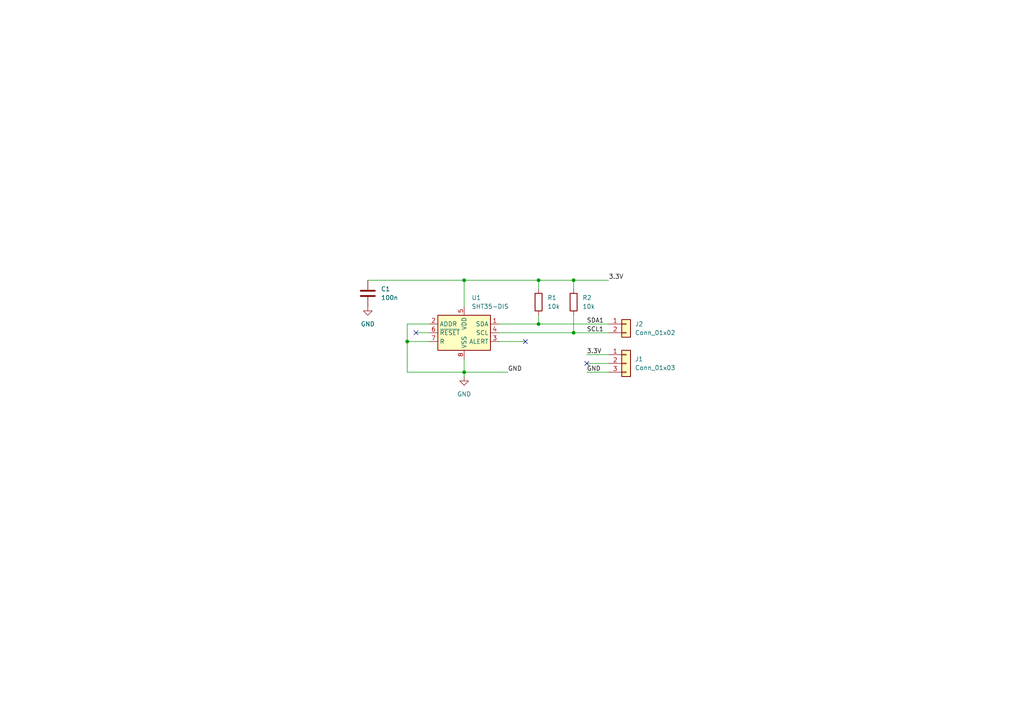
<source format=kicad_sch>
(kicad_sch (version 20250114) (generator "eeschema") (generator_version "9.0")
  (paper "A4")
  (lib_symbols
    (symbol "Connector_Generic:Conn_01x02" (pin_names (offset 1.016) (hide yes))
      (property "Reference" "J" (at 0 2.54 0))
      (property "Value" "Conn_01x02" (at 0 -5.08 0))
      (symbol "Conn_01x02_1_1"
        (rectangle (start -1.27 1.27) (end 1.27 -3.81) (stroke (width 0.254)) (fill (type background)))
        (rectangle (start -1.27 0.127) (end 0 -0.127) (stroke (width 0.1524)))
        (rectangle (start -1.27 -2.413) (end 0 -2.667) (stroke (width 0.1524)))
        (pin passive line (at -5.08 0 0) (length 3.81) (name "Pin_1") (number "1"))
        (pin passive line (at -5.08 -2.54 0) (length 3.81) (name "Pin_2") (number "2"))
      )
    )
    (symbol "Connector_Generic:Conn_01x03" (pin_names (offset 1.016) (hide yes))
      (property "Reference" "J" (at 0 5.08 0))
      (property "Value" "Conn_01x03" (at 0 -5.08 0))
      (symbol "Conn_01x03_1_1"
        (rectangle (start -1.27 3.81) (end 1.27 -3.81) (stroke (width 0.254)) (fill (type background)))
        (rectangle (start -1.27 2.667) (end 0 2.413) (stroke (width 0.1524)))
        (rectangle (start -1.27 0.127) (end 0 -0.127) (stroke (width 0.1524)))
        (rectangle (start -1.27 -2.413) (end 0 -2.667) (stroke (width 0.1524)))
        (pin passive line (at -5.08 2.54 0) (length 3.81) (name "Pin_1") (number "1"))
        (pin passive line (at -5.08 0 0) (length 3.81) (name "Pin_2") (number "2"))
        (pin passive line (at -5.08 -2.54 0) (length 3.81) (name "Pin_3") (number "3"))
      )
    )
    (symbol "Device:C" (pin_numbers (hide yes)) (pin_names (offset 0.254))
      (property "Reference" "C" (at 0.635 2.54 0))
      (property "Value" "C" (at 0.635 -2.54 0))
      (symbol "C_0_1"
        (polyline (pts (xy -2.032 0.762) (xy 2.032 0.762)) (stroke (width 0.508)))
        (polyline (pts (xy -2.032 -0.762) (xy 2.032 -0.762)) (stroke (width 0.508)))
      )
      (symbol "C_1_1"
        (pin passive line (at 0 3.81 270) (length 2.794) (name "~") (number "1"))
        (pin passive line (at 0 -3.81 90) (length 2.794) (name "~") (number "2"))
      )
    )
    (symbol "Device:R" (pin_numbers (hide yes)) (pin_names (offset 0))
      (property "Reference" "R" (at 2.032 0 90))
      (property "Value" "R" (at 0 0 90))
      (symbol "R_0_1"
        (rectangle (start -1.016 -2.54) (end 1.016 2.54) (stroke (width 0.254)))
      )
      (symbol "R_1_1"
        (pin passive line (at 0 3.81 270) (length 1.27) (name "~") (number "1"))
        (pin passive line (at 0 -3.81 90) (length 1.27) (name "~") (number "2"))
      )
    )
    (symbol "Sensor_Humidity:SHT35-DIS"
      (property "Reference" "U" (at -6.35 6.35 0))
      (property "Value" "SHT35-DIS" (at 6.35 6.35 0))
      (symbol "SHT35-DIS_0_1"
        (rectangle (start -7.62 5.08) (end 7.62 -5.08) (stroke (width 0.254)) (fill (type background)))
      )
      (symbol "SHT35-DIS_1_1"
        (pin input line (at -10.16 2.54 0) (length 2.54) (name "ADDR") (number "2"))
        (pin input line (at -10.16 0 0) (length 2.54) (name "~{RESET}") (number "6"))
        (pin passive line (at -10.16 -2.54 0) (length 2.54) (name "R") (number "7"))
        (pin power_in line (at 0 7.62 270) (length 2.54) (name "VDD") (number "5"))
        (pin power_in line (at 0 -7.62 90) (length 2.54) (name "VSS") (number "8"))
        (pin passive line (at 0 -7.62 90) (length 2.54) (hide yes) (name "VSS") (number "9"))
        (pin bidirectional line (at 10.16 2.54 180) (length 2.54) (name "SDA") (number "1"))
        (pin input line (at 10.16 0 180) (length 2.54) (name "SCL") (number "4"))
        (pin output line (at 10.16 -2.54 180) (length 2.54) (name "ALERT") (number "3"))
      )
    )
    (symbol "power:GND" (power) (pin_numbers (hide yes)) (pin_names (offset 0) (hide yes))
      (property "Value" "GND" (at 0 -3.81 0))
      (symbol "GND_0_1"
        (polyline (pts (xy 0 0) (xy 0 -1.27) (xy 1.27 -1.27) (xy 0 -2.54) (xy -1.27 -1.27) (xy 0 -1.27)))
      )
      (symbol "GND_1_1"
        (pin power_in line (at 0 0 270) (length 0) (name "~") (number "1"))
      )
    )
  )
  (junction (at 166.37 96.52))
  (junction (at 134.62 107.95))
  (junction (at 156.21 81.28))
  (junction (at 156.21 93.98))
  (junction (at 134.62 81.28))
  (junction (at 166.37 81.28))
  (junction (at 118.11 99.06))
  (no_connect (at 120.65 96.52))
  (no_connect (at 152.4 99.06))
  (no_connect (at 170.18 105.41))
  (wire (pts (xy 134.62 107.95) (xy 147.32 107.95)))
  (wire (pts (xy 166.37 96.52) (xy 176.53 96.52)))
  (wire (pts (xy 134.62 81.28) (xy 106.68 81.28)))
  (wire (pts (xy 134.62 88.9) (xy 134.62 81.28)))
  (wire (pts (xy 156.21 93.98) (xy 176.53 93.98)))
  (wire (pts (xy 156.21 81.28) (xy 156.21 83.82)))
  (wire (pts (xy 118.11 99.06) (xy 124.46 99.06)))
  (wire (pts (xy 170.18 102.87) (xy 176.53 102.87)))
  (wire (pts (xy 170.18 107.95) (xy 176.53 107.95)))
  (wire (pts (xy 166.37 81.28) (xy 176.53 81.28)))
  (wire (pts (xy 144.78 96.52) (xy 166.37 96.52)))
  (wire (pts (xy 166.37 91.44) (xy 166.37 96.52)))
  (wire (pts (xy 120.65 96.52) (xy 124.46 96.52)))
  (wire (pts (xy 144.78 99.06) (xy 152.4 99.06)))
  (wire (pts (xy 144.78 93.98) (xy 156.21 93.98)))
  (wire (pts (xy 124.46 93.98) (xy 118.11 93.98)))
  (wire (pts (xy 156.21 81.28) (xy 166.37 81.28)))
  (wire (pts (xy 118.11 93.98) (xy 118.11 99.06)))
  (wire (pts (xy 118.11 107.95) (xy 134.62 107.95)))
  (wire (pts (xy 166.37 81.28) (xy 166.37 83.82)))
  (wire (pts (xy 118.11 99.06) (xy 118.11 107.95)))
  (wire (pts (xy 156.21 91.44) (xy 156.21 93.98)))
  (wire (pts (xy 134.62 109.22) (xy 134.62 107.95)))
  (wire (pts (xy 134.62 81.28) (xy 156.21 81.28)))
  (wire (pts (xy 170.18 105.41) (xy 176.53 105.41)))
  (wire (pts (xy 134.62 104.14) (xy 134.62 107.95)))
  (label "GND" (at 147.32 107.95 0))
  (label "GND" (at 170.18 107.95 0))
  (label "3.3V" (at 170.18 102.87 0))
  (label "3.3V" (at 176.53 81.28 0))
  (label "SCL1" (at 170.18 96.52 0))
  (label "SDA1" (at 170.18 93.98 0))
  (symbol (lib_id "Connector_Generic:Conn_01x03") (at 181.61 105.41 0) (unit 1)
    (property "Reference" "J1" (at 184.15 104.1399 0) (effects (justify left)))
    (property "Value" "Conn_01x03" (at 184.15 106.6799 0) (effects (justify left)))
    (property "Footprint" "Connector_PinHeader_2.54mm:PinHeader_1x03_P2.54mm_Vertical" (effects (hide yes)))
    (property "Description" "Generic connector, single row, 01x03, script generated (kicad-library-utils/schlib/autogen/connector/)" (effects (hide yes)))
  )
  (symbol (lib_id "Device:C") (at 106.68 85.09 0) (unit 1)
    (property "Reference" "C1" (at 110.49 83.8199 0) (effects (justify left)))
    (property "Value" "100n" (at 110.49 86.3599 0) (effects (justify left)))
    (property "Footprint" "Capacitor_SMD:C_0805_2012Metric_Pad1.18x1.45mm_HandSolder" (effects (hide yes)))
    (property "Description" "Unpolarized capacitor" (effects (hide yes)))
  )
  (symbol (lib_id "power:GND") (at 106.68 88.9 0) (unit 1)
    (property "Reference" "#PWR03" (effects (hide yes)))
    (property "Value" "GND" (at 106.68 93.98 0))
    (property "Description" "Power symbol creates a global label with name \"GND\" , ground" (effects (hide yes)))
  )
  (symbol (lib_id "Device:R") (at 166.37 87.63 0) (unit 1)
    (property "Reference" "R2" (at 168.91 86.3599 0) (effects (justify left)))
    (property "Value" "10k" (at 168.91 88.8999 0) (effects (justify left)))
    (property "Footprint" "Resistor_SMD:R_0805_2012Metric_Pad1.20x1.40mm_HandSolder" (effects (hide yes)))
    (property "Description" "Resistor" (effects (hide yes)))
  )
  (symbol (lib_id "Connector_Generic:Conn_01x02") (at 181.61 93.98 0) (unit 1)
    (property "Reference" "J2" (at 184.15 93.9799 0) (effects (justify left)))
    (property "Value" "Conn_01x02" (at 184.15 96.5199 0) (effects (justify left)))
    (property "Footprint" "Connector_PinHeader_2.54mm:PinHeader_1x02_P2.54mm_Vertical" (effects (hide yes)))
    (property "Description" "Generic connector, single row, 01x02, script generated (kicad-library-utils/schlib/autogen/connector/)" (effects (hide yes)))
  )
  (symbol (lib_id "power:GND") (at 134.62 109.22 0) (unit 1)
    (property "Reference" "#PWR01" (effects (hide yes)))
    (property "Value" "GND" (at 134.62 114.3 0))
    (property "Description" "Power symbol creates a global label with name \"GND\" , ground" (effects (hide yes)))
  )
  (symbol (lib_id "Device:R") (at 156.21 87.63 0) (unit 1)
    (property "Reference" "R1" (at 158.75 86.3599 0) (effects (justify left)))
    (property "Value" "10k" (at 158.75 88.8999 0) (effects (justify left)))
    (property "Footprint" "Resistor_SMD:R_0805_2012Metric_Pad1.20x1.40mm_HandSolder" (effects (hide yes)))
    (property "Description" "Resistor" (effects (hide yes)))
  )
  (symbol (lib_id "Sensor_Humidity:SHT35-DIS") (at 134.62 96.52 0) (unit 1)
    (property "Reference" "U1" (at 136.7633 86.36 0) (effects (justify left)))
    (property "Value" "SHT35-DIS" (at 136.7633 88.9 0) (effects (justify left)))
    (property "Footprint" "Sensor_Humidity:Sensirion_DFN-8-1EP_2.5x2.5mm_P0.5mm_EP1.1x1.7mm" (effects (hide yes)))
    (property "Datasheet" "https://www.sensirion.com/fileadmin/user_upload/customers/sensirion/Dokumente/2_Humidity_Sensors/Datasheets/Sensirion_Humidity_Sensors_SHT3x_Datasheet_digital.pdf" (effects (hide yes)))
    (property "Description" "I²C humidity and temperature sensor, ±1.5%RH, ±0.1°C, DFN-8" (effects (hide yes)))
  )
)
</source>
